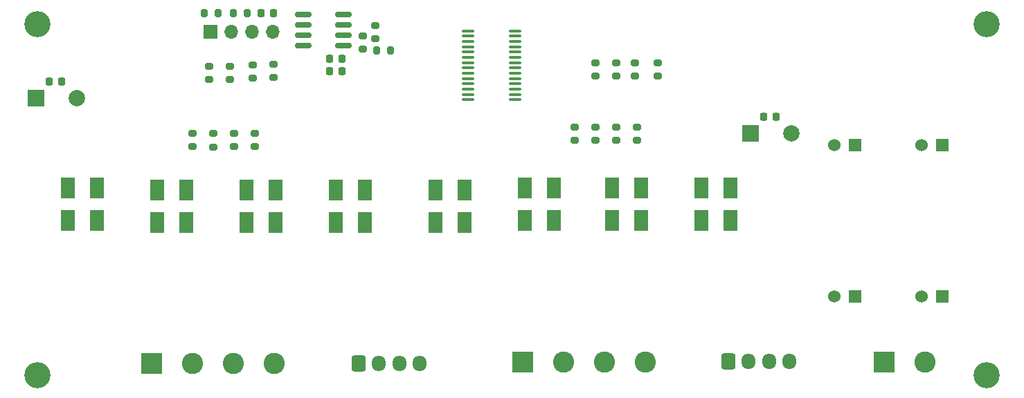
<source format=gbs>
G04 #@! TF.GenerationSoftware,KiCad,Pcbnew,(6.0.0)*
G04 #@! TF.CreationDate,2022-12-27T21:59:09-05:00*
G04 #@! TF.ProjectId,i2c BTS7960,69326320-4254-4533-9739-36302e6b6963,rev?*
G04 #@! TF.SameCoordinates,Original*
G04 #@! TF.FileFunction,Soldermask,Bot*
G04 #@! TF.FilePolarity,Negative*
%FSLAX46Y46*%
G04 Gerber Fmt 4.6, Leading zero omitted, Abs format (unit mm)*
G04 Created by KiCad (PCBNEW (6.0.0)) date 2022-12-27 21:59:09*
%MOMM*%
%LPD*%
G01*
G04 APERTURE LIST*
G04 Aperture macros list*
%AMRoundRect*
0 Rectangle with rounded corners*
0 $1 Rounding radius*
0 $2 $3 $4 $5 $6 $7 $8 $9 X,Y pos of 4 corners*
0 Add a 4 corners polygon primitive as box body*
4,1,4,$2,$3,$4,$5,$6,$7,$8,$9,$2,$3,0*
0 Add four circle primitives for the rounded corners*
1,1,$1+$1,$2,$3*
1,1,$1+$1,$4,$5*
1,1,$1+$1,$6,$7*
1,1,$1+$1,$8,$9*
0 Add four rect primitives between the rounded corners*
20,1,$1+$1,$2,$3,$4,$5,0*
20,1,$1+$1,$4,$5,$6,$7,0*
20,1,$1+$1,$6,$7,$8,$9,0*
20,1,$1+$1,$8,$9,$2,$3,0*%
G04 Aperture macros list end*
%ADD10R,2.600000X2.600000*%
%ADD11C,2.600000*%
%ADD12R,1.524000X1.524000*%
%ADD13C,1.524000*%
%ADD14C,3.200000*%
%ADD15R,2.000000X2.000000*%
%ADD16C,2.000000*%
%ADD17RoundRect,0.250000X-0.600000X-0.725000X0.600000X-0.725000X0.600000X0.725000X-0.600000X0.725000X0*%
%ADD18O,1.700000X1.950000*%
%ADD19R,1.700000X1.700000*%
%ADD20O,1.700000X1.700000*%
%ADD21RoundRect,0.200000X-0.275000X0.200000X-0.275000X-0.200000X0.275000X-0.200000X0.275000X0.200000X0*%
%ADD22R,1.800000X2.500000*%
%ADD23RoundRect,0.150000X-0.825000X-0.150000X0.825000X-0.150000X0.825000X0.150000X-0.825000X0.150000X0*%
%ADD24RoundRect,0.200000X-0.200000X-0.275000X0.200000X-0.275000X0.200000X0.275000X-0.200000X0.275000X0*%
%ADD25RoundRect,0.225000X0.225000X0.250000X-0.225000X0.250000X-0.225000X-0.250000X0.225000X-0.250000X0*%
%ADD26RoundRect,0.100000X0.637500X0.100000X-0.637500X0.100000X-0.637500X-0.100000X0.637500X-0.100000X0*%
%ADD27RoundRect,0.225000X-0.225000X-0.250000X0.225000X-0.250000X0.225000X0.250000X-0.225000X0.250000X0*%
%ADD28RoundRect,0.200000X0.275000X-0.200000X0.275000X0.200000X-0.275000X0.200000X-0.275000X-0.200000X0*%
%ADD29RoundRect,0.200000X0.200000X0.275000X-0.200000X0.275000X-0.200000X-0.275000X0.200000X-0.275000X0*%
G04 APERTURE END LIST*
D10*
X206265000Y-126837000D03*
D11*
X211265000Y-126837000D03*
D12*
X213360000Y-118745000D03*
D13*
X210820000Y-118745000D03*
D12*
X202692000Y-118745000D03*
D13*
X200152000Y-118745000D03*
D12*
X202692000Y-100203000D03*
D13*
X200152000Y-100203000D03*
X210820000Y-100203000D03*
D12*
X213360000Y-100203000D03*
D14*
X102719000Y-85358000D03*
D15*
X102534323Y-94488000D03*
D16*
X107534323Y-94488000D03*
D17*
X141983000Y-126983000D03*
D18*
X144483000Y-126983000D03*
X146983000Y-126983000D03*
X149483000Y-126983000D03*
D14*
X218798000Y-128437000D03*
X218798000Y-85358000D03*
D15*
X189910323Y-98806000D03*
D16*
X194910323Y-98806000D03*
D10*
X162022000Y-126837000D03*
D11*
X167022000Y-126837000D03*
X172022000Y-126837000D03*
X177022000Y-126837000D03*
D14*
X102719000Y-128437000D03*
D17*
X187195000Y-126746000D03*
D18*
X189695000Y-126746000D03*
X192195000Y-126746000D03*
X194695000Y-126746000D03*
D19*
X123889000Y-86360000D03*
D20*
X126429000Y-86360000D03*
X128969000Y-86360000D03*
X131509000Y-86360000D03*
D10*
X116683000Y-126964000D03*
D11*
X121683000Y-126964000D03*
X126683000Y-126964000D03*
X131683000Y-126964000D03*
D21*
X176022000Y-97981000D03*
X176022000Y-99631000D03*
D22*
X131826000Y-105696000D03*
X131826000Y-109696000D03*
D23*
X135193000Y-88011000D03*
X135193000Y-86741000D03*
X135193000Y-85471000D03*
X135193000Y-84201000D03*
X140143000Y-84201000D03*
X140143000Y-85471000D03*
X140143000Y-86741000D03*
X140143000Y-88011000D03*
D24*
X126683000Y-84074000D03*
X128333000Y-84074000D03*
D22*
X162306000Y-109442000D03*
X162306000Y-105442000D03*
X154940000Y-105696000D03*
X154940000Y-109696000D03*
D24*
X123127000Y-84074000D03*
X124777000Y-84074000D03*
D25*
X139967000Y-89662000D03*
X138417000Y-89662000D03*
D21*
X121666000Y-98743000D03*
X121666000Y-100393000D03*
D22*
X183896000Y-109442000D03*
X183896000Y-105442000D03*
D26*
X161104500Y-86199000D03*
X161104500Y-86849000D03*
X161104500Y-87499000D03*
X161104500Y-88149000D03*
X161104500Y-88799000D03*
X161104500Y-89449000D03*
X161104500Y-90099000D03*
X161104500Y-90749000D03*
X161104500Y-91399000D03*
X161104500Y-92049000D03*
X161104500Y-92699000D03*
X161104500Y-93349000D03*
X161104500Y-93999000D03*
X161104500Y-94649000D03*
X155379500Y-94649000D03*
X155379500Y-93999000D03*
X155379500Y-93349000D03*
X155379500Y-92699000D03*
X155379500Y-92049000D03*
X155379500Y-91399000D03*
X155379500Y-90749000D03*
X155379500Y-90099000D03*
X155379500Y-89449000D03*
X155379500Y-88799000D03*
X155379500Y-88149000D03*
X155379500Y-87499000D03*
X155379500Y-86849000D03*
X155379500Y-86199000D03*
D22*
X120904000Y-105696000D03*
X120904000Y-109696000D03*
X142748000Y-105696000D03*
X142748000Y-109696000D03*
D27*
X130035000Y-84074000D03*
X131585000Y-84074000D03*
D22*
X109982000Y-105442000D03*
X109982000Y-109442000D03*
X176530000Y-105442000D03*
X176530000Y-109442000D03*
X139192000Y-109696000D03*
X139192000Y-105696000D03*
D28*
X123698000Y-92202000D03*
X123698000Y-90552000D03*
D27*
X191503000Y-96774000D03*
X193053000Y-96774000D03*
D22*
X165862000Y-105442000D03*
X165862000Y-109442000D03*
X117348000Y-109696000D03*
X117348000Y-105696000D03*
D21*
X173482000Y-97981000D03*
X173482000Y-99631000D03*
D27*
X104127000Y-92456000D03*
X105677000Y-92456000D03*
D28*
X129032000Y-92011000D03*
X129032000Y-90361000D03*
D22*
X128270000Y-109696000D03*
X128270000Y-105696000D03*
X172974000Y-109442000D03*
X172974000Y-105442000D03*
D28*
X173482000Y-91757000D03*
X173482000Y-90107000D03*
X126238000Y-92202000D03*
X126238000Y-90552000D03*
D22*
X151384000Y-109696000D03*
X151384000Y-105696000D03*
D28*
X175768000Y-91757000D03*
X175768000Y-90107000D03*
D29*
X145859000Y-88646000D03*
X144209000Y-88646000D03*
D28*
X131572000Y-91948000D03*
X131572000Y-90298000D03*
D21*
X124206000Y-98806000D03*
X124206000Y-100456000D03*
X129286000Y-98743000D03*
X129286000Y-100393000D03*
X170942000Y-97981000D03*
X170942000Y-99631000D03*
X142494000Y-86805000D03*
X142494000Y-88455000D03*
X144018000Y-85535000D03*
X144018000Y-87185000D03*
D28*
X178562000Y-91757000D03*
X178562000Y-90107000D03*
D21*
X168402000Y-97981000D03*
X168402000Y-99631000D03*
D22*
X187452000Y-105442000D03*
X187452000Y-109442000D03*
X106426000Y-109442000D03*
X106426000Y-105442000D03*
D28*
X170942000Y-91757000D03*
X170942000Y-90107000D03*
D25*
X139967000Y-91186000D03*
X138417000Y-91186000D03*
D21*
X126746000Y-98743000D03*
X126746000Y-100393000D03*
M02*

</source>
